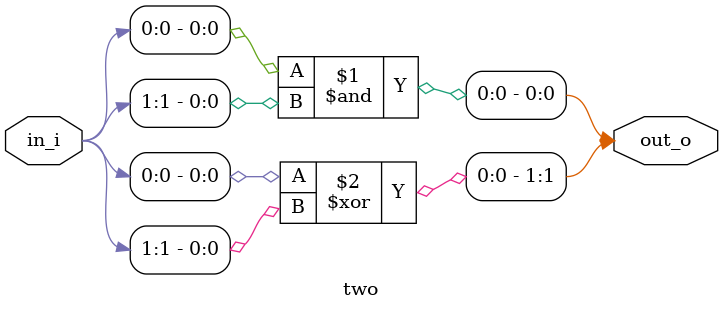
<source format=sv>
module top (
  input logic [1:0] in_i,
  output logic [1:0] out_o
);

  two u_two (
    .in_i(in_i),
    .out_o(out_o)
  );

endmodule

module two (
  input logic [1:0] in_i,
  output logic [1:0] out_o
);

  assign out_o[0] = in_i[0] & in_i[1];
  assign out_o[1] = in_i[0] ^ in_i[1];

endmodule

</source>
